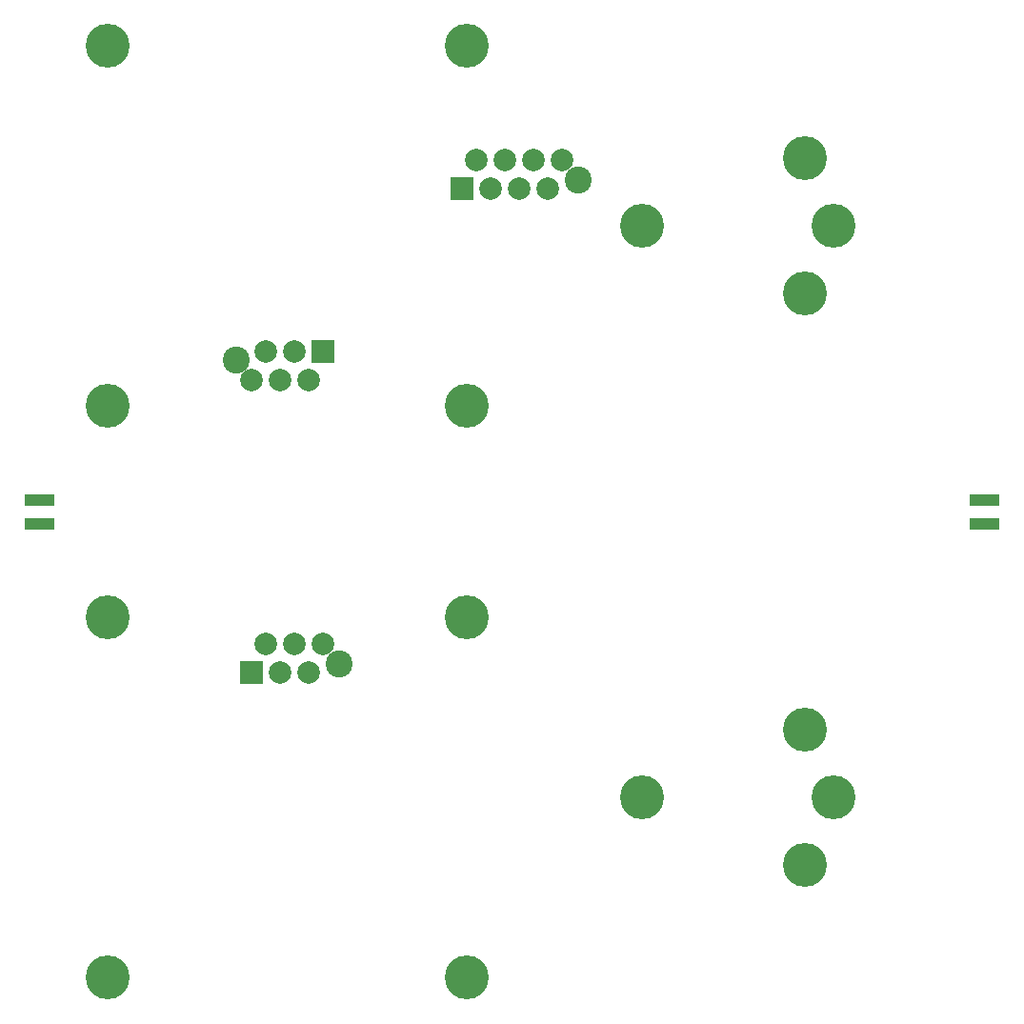
<source format=gbr>
G04 #@! TF.GenerationSoftware,KiCad,Pcbnew,5.1.5+dfsg1-2build2*
G04 #@! TF.CreationDate,2020-07-06T20:33:27+02:00*
G04 #@! TF.ProjectId,Quadsense,51756164-7365-46e7-9365-2e6b69636164,rev?*
G04 #@! TF.SameCoordinates,PX5f5e100PY2faf080*
G04 #@! TF.FileFunction,Soldermask,Top*
G04 #@! TF.FilePolarity,Negative*
%FSLAX46Y46*%
G04 Gerber Fmt 4.6, Leading zero omitted, Abs format (unit mm)*
G04 Created by KiCad (PCBNEW 5.1.5+dfsg1-2build2) date 2020-07-06 20:33:27*
%MOMM*%
%LPD*%
G04 APERTURE LIST*
%ADD10C,3.900000*%
%ADD11R,2.000000X2.000000*%
%ADD12C,2.000000*%
%ADD13C,2.400000*%
%ADD14R,0.750000X1.000000*%
G04 APERTURE END LIST*
D10*
X71010408Y-30610408D03*
X73500000Y-24600000D03*
X71010408Y-18589592D03*
X56500000Y-24600000D03*
X71010408Y-81410408D03*
X73500000Y-75400000D03*
X71010408Y-69389592D03*
X56500000Y-75400000D03*
X40950000Y-91400000D03*
X9050000Y-91400000D03*
X9050000Y-59400000D03*
X40950000Y-59400000D03*
D11*
X28175000Y-35730000D03*
D12*
X26905000Y-38270000D03*
X25635000Y-35730000D03*
X24365000Y-38270000D03*
X23095000Y-35730000D03*
X21825000Y-38270000D03*
D13*
X20425000Y-36470000D03*
D11*
X21825000Y-64270000D03*
D12*
X23095000Y-61730000D03*
X24365000Y-64270000D03*
X25635000Y-61730000D03*
X26905000Y-64270000D03*
X28175000Y-61730000D03*
D13*
X29575000Y-63530000D03*
D11*
X40555000Y-21270000D03*
D12*
X41825000Y-18730000D03*
X43095000Y-21270000D03*
X44365000Y-18730000D03*
X45635000Y-21270000D03*
X46905000Y-18730000D03*
X48175000Y-21270000D03*
X49445000Y-18730000D03*
D13*
X50845000Y-20530000D03*
D10*
X9050000Y-8600000D03*
X40950000Y-8600000D03*
X40950000Y-40600000D03*
X9050000Y-40600000D03*
D14*
X86025000Y-51075000D03*
X86675000Y-51075000D03*
X87325000Y-51075000D03*
X87975000Y-51075000D03*
X87975000Y-48925000D03*
X87325000Y-48925000D03*
X86675000Y-48925000D03*
X86000000Y-48925000D03*
X2025000Y-51075000D03*
X2675000Y-51075000D03*
X3325000Y-51075000D03*
X3975000Y-51075000D03*
X3975000Y-48925000D03*
X3325000Y-48925000D03*
X2675000Y-48925000D03*
X2000000Y-48925000D03*
M02*

</source>
